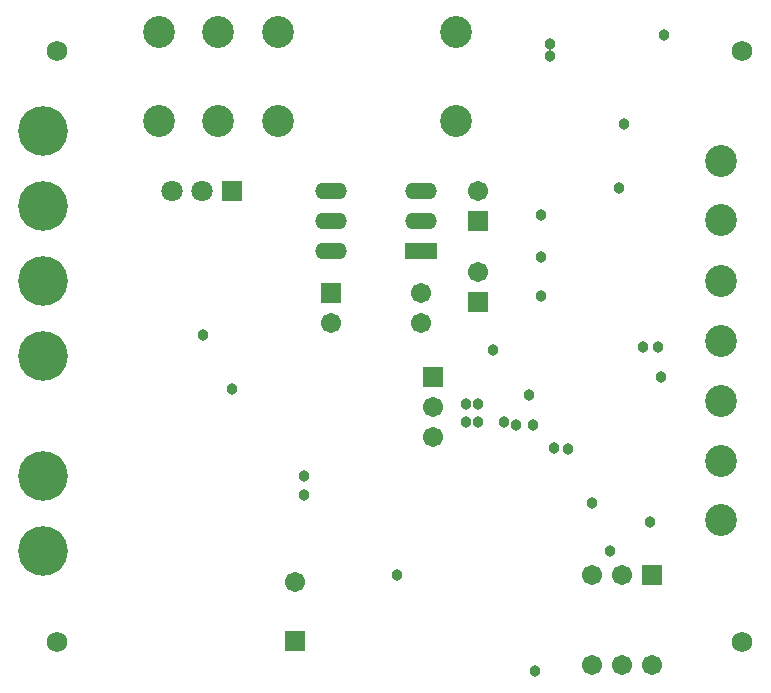
<source format=gbs>
%FSDAX24Y24*%
%MOIN*%
%SFA1B1*%

%IPPOS*%
%ADD63C,0.106400*%
%ADD64C,0.067100*%
%ADD65R,0.067100X0.067100*%
%ADD66O,0.106400X0.055200*%
%ADD67R,0.106400X0.055200*%
%ADD68R,0.067100X0.067100*%
%ADD69C,0.071000*%
%ADD70R,0.071000X0.071000*%
%ADD71C,0.067100*%
%ADD72C,0.165500*%
%ADD73C,0.068000*%
%ADD74C,0.038000*%
%LNde-260924-1*%
%LPD*%
G54D63*
X038273Y032898D03*
Y030898D03*
Y028898D03*
Y034913D03*
Y036882D03*
Y024913D03*
Y026882D03*
X019520Y041186D03*
X021505D03*
X023489D03*
X019520Y038209D03*
X021505D03*
X023489D03*
X029442Y041186D03*
Y038209D03*
G54D64*
X028273Y031498D03*
Y032498D03*
X025273Y031498D03*
X030173Y033198D03*
X034973Y023098D03*
X033973D03*
X035973Y020098D03*
X034973D03*
X033973D03*
X030173Y035898D03*
X028673Y028698D03*
Y027698D03*
G54D65*
X025273Y032498D03*
G54D66*
X025273Y035898D03*
Y034898D03*
Y033898D03*
X028273Y035898D03*
Y034898D03*
G54D67*
X028273Y033898D03*
G54D68*
X030173Y032198D03*
X035973Y023098D03*
X024073Y020898D03*
X030173Y034898D03*
X028673Y029698D03*
G54D69*
X019973Y035898D03*
X020973D03*
G54D70*
X021973Y035898D03*
G54D71*
X024073Y022866D03*
G54D72*
X015673Y037898D03*
Y035398D03*
Y032898D03*
Y030398D03*
Y023898D03*
Y026398D03*
G54D73*
X038976Y040551D03*
X016142D03*
Y020866D03*
X038976D03*
G54D74*
X035673Y030698D03*
X036173D03*
X031045Y028201D03*
X031430Y028104D03*
X031986Y028077D03*
X032710Y027334D03*
X033173Y027298D03*
X033973Y025505D03*
X030673Y030598D03*
X035023Y038114D03*
X034873Y035998D03*
X032271Y035098D03*
X024373Y026398D03*
Y025748D03*
X032073Y019898D03*
X027473Y023098D03*
X032273Y033698D03*
X031873Y029098D03*
X036253Y029698D03*
X035900Y024863D03*
X030173Y028798D03*
X029773D03*
X034573Y023898D03*
X030173Y028198D03*
X029773D03*
X032273Y032398D03*
X032573Y040798D03*
Y040398D03*
X036373Y041098D03*
X021016Y031095D03*
X021973Y029298D03*
M02*
</source>
